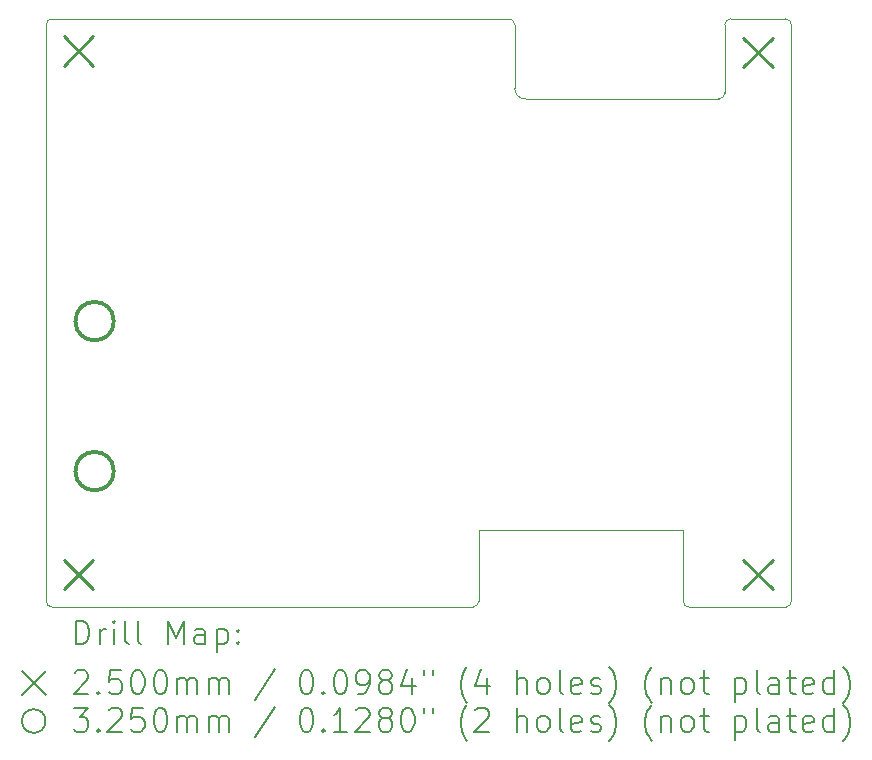
<source format=gbr>
%FSLAX45Y45*%
G04 Gerber Fmt 4.5, Leading zero omitted, Abs format (unit mm)*
G04 Created by KiCad (PCBNEW (6.0.6-0)) date 2022-08-24 21:23:55*
%MOMM*%
%LPD*%
G01*
G04 APERTURE LIST*
%TA.AperFunction,Profile*%
%ADD10C,0.100000*%
%TD*%
%ADD11C,0.200000*%
%ADD12C,0.250000*%
%ADD13C,0.325000*%
G04 APERTURE END LIST*
D10*
X5273200Y-15596800D02*
G75*
G03*
X5323200Y-15646800I50000J0D01*
G01*
X9189925Y-10666800D02*
X5323200Y-10666800D01*
X8886055Y-15646800D02*
X5323200Y-15646800D01*
X11533200Y-15646800D02*
X10716055Y-15646800D01*
X10666060Y-15596800D02*
G75*
G03*
X10716055Y-15646800I50000J0D01*
G01*
X11533200Y-15646800D02*
G75*
G03*
X11583200Y-15596800I0J50000D01*
G01*
X11583200Y-15596800D02*
X11583200Y-10716800D01*
X10666055Y-14996800D02*
X8936055Y-14996800D01*
X5273200Y-15596800D02*
X5273200Y-10716800D01*
X11583200Y-10716800D02*
G75*
G03*
X11533200Y-10666800I-50000J0D01*
G01*
X11533200Y-10666800D02*
X11069326Y-10666800D01*
X11069326Y-10666794D02*
G75*
G03*
X11018520Y-10716800I4J-50817D01*
G01*
X9240519Y-11254740D02*
G75*
G03*
X9331960Y-11343045I86321J-2110D01*
G01*
X11018520Y-11292600D02*
X11018520Y-10716800D01*
X10666055Y-15596800D02*
X10666055Y-14996800D01*
X5323200Y-10666800D02*
G75*
G03*
X5273200Y-10716800I0J-50000D01*
G01*
X8886055Y-15646795D02*
G75*
G03*
X8936055Y-15596800I5J49995D01*
G01*
X10967322Y-11343130D02*
X9331960Y-11343045D01*
X8936055Y-14996800D02*
X8936055Y-15596800D01*
X9240714Y-10716800D02*
G75*
G03*
X9189925Y-10666800I-50794J-800D01*
G01*
X10967322Y-11343134D02*
G75*
G03*
X11018520Y-11292600I-2J51204D01*
G01*
X9240520Y-11254740D02*
X9240715Y-10716800D01*
D11*
D12*
X5423200Y-10813100D02*
X5673200Y-11063100D01*
X5673200Y-10813100D02*
X5423200Y-11063100D01*
X5423200Y-15245400D02*
X5673200Y-15495400D01*
X5673200Y-15245400D02*
X5423200Y-15495400D01*
X11176300Y-10825800D02*
X11426300Y-11075800D01*
X11426300Y-10825800D02*
X11176300Y-11075800D01*
X11176300Y-15245400D02*
X11426300Y-15495400D01*
X11426300Y-15245400D02*
X11176300Y-15495400D01*
D13*
X5845750Y-13225650D02*
G75*
G03*
X5845750Y-13225650I-162500J0D01*
G01*
X5845750Y-14495650D02*
G75*
G03*
X5845750Y-14495650I-162500J0D01*
G01*
D11*
X5525819Y-15962276D02*
X5525819Y-15762276D01*
X5573438Y-15762276D01*
X5602009Y-15771800D01*
X5621057Y-15790848D01*
X5630581Y-15809895D01*
X5640105Y-15847990D01*
X5640105Y-15876562D01*
X5630581Y-15914657D01*
X5621057Y-15933705D01*
X5602009Y-15952752D01*
X5573438Y-15962276D01*
X5525819Y-15962276D01*
X5725819Y-15962276D02*
X5725819Y-15828943D01*
X5725819Y-15867038D02*
X5735343Y-15847990D01*
X5744867Y-15838467D01*
X5763914Y-15828943D01*
X5782962Y-15828943D01*
X5849628Y-15962276D02*
X5849628Y-15828943D01*
X5849628Y-15762276D02*
X5840105Y-15771800D01*
X5849628Y-15781324D01*
X5859152Y-15771800D01*
X5849628Y-15762276D01*
X5849628Y-15781324D01*
X5973438Y-15962276D02*
X5954390Y-15952752D01*
X5944867Y-15933705D01*
X5944867Y-15762276D01*
X6078200Y-15962276D02*
X6059152Y-15952752D01*
X6049628Y-15933705D01*
X6049628Y-15762276D01*
X6306771Y-15962276D02*
X6306771Y-15762276D01*
X6373438Y-15905133D01*
X6440105Y-15762276D01*
X6440105Y-15962276D01*
X6621057Y-15962276D02*
X6621057Y-15857514D01*
X6611533Y-15838467D01*
X6592486Y-15828943D01*
X6554390Y-15828943D01*
X6535343Y-15838467D01*
X6621057Y-15952752D02*
X6602009Y-15962276D01*
X6554390Y-15962276D01*
X6535343Y-15952752D01*
X6525819Y-15933705D01*
X6525819Y-15914657D01*
X6535343Y-15895609D01*
X6554390Y-15886086D01*
X6602009Y-15886086D01*
X6621057Y-15876562D01*
X6716295Y-15828943D02*
X6716295Y-16028943D01*
X6716295Y-15838467D02*
X6735343Y-15828943D01*
X6773438Y-15828943D01*
X6792486Y-15838467D01*
X6802009Y-15847990D01*
X6811533Y-15867038D01*
X6811533Y-15924181D01*
X6802009Y-15943228D01*
X6792486Y-15952752D01*
X6773438Y-15962276D01*
X6735343Y-15962276D01*
X6716295Y-15952752D01*
X6897248Y-15943228D02*
X6906771Y-15952752D01*
X6897248Y-15962276D01*
X6887724Y-15952752D01*
X6897248Y-15943228D01*
X6897248Y-15962276D01*
X6897248Y-15838467D02*
X6906771Y-15847990D01*
X6897248Y-15857514D01*
X6887724Y-15847990D01*
X6897248Y-15838467D01*
X6897248Y-15857514D01*
X5068200Y-16191800D02*
X5268200Y-16391800D01*
X5268200Y-16191800D02*
X5068200Y-16391800D01*
X5516295Y-16201324D02*
X5525819Y-16191800D01*
X5544867Y-16182276D01*
X5592486Y-16182276D01*
X5611533Y-16191800D01*
X5621057Y-16201324D01*
X5630581Y-16220371D01*
X5630581Y-16239419D01*
X5621057Y-16267990D01*
X5506771Y-16382276D01*
X5630581Y-16382276D01*
X5716295Y-16363228D02*
X5725819Y-16372752D01*
X5716295Y-16382276D01*
X5706771Y-16372752D01*
X5716295Y-16363228D01*
X5716295Y-16382276D01*
X5906771Y-16182276D02*
X5811533Y-16182276D01*
X5802009Y-16277514D01*
X5811533Y-16267990D01*
X5830581Y-16258467D01*
X5878200Y-16258467D01*
X5897248Y-16267990D01*
X5906771Y-16277514D01*
X5916295Y-16296562D01*
X5916295Y-16344181D01*
X5906771Y-16363228D01*
X5897248Y-16372752D01*
X5878200Y-16382276D01*
X5830581Y-16382276D01*
X5811533Y-16372752D01*
X5802009Y-16363228D01*
X6040105Y-16182276D02*
X6059152Y-16182276D01*
X6078200Y-16191800D01*
X6087724Y-16201324D01*
X6097248Y-16220371D01*
X6106771Y-16258467D01*
X6106771Y-16306086D01*
X6097248Y-16344181D01*
X6087724Y-16363228D01*
X6078200Y-16372752D01*
X6059152Y-16382276D01*
X6040105Y-16382276D01*
X6021057Y-16372752D01*
X6011533Y-16363228D01*
X6002009Y-16344181D01*
X5992486Y-16306086D01*
X5992486Y-16258467D01*
X6002009Y-16220371D01*
X6011533Y-16201324D01*
X6021057Y-16191800D01*
X6040105Y-16182276D01*
X6230581Y-16182276D02*
X6249628Y-16182276D01*
X6268676Y-16191800D01*
X6278200Y-16201324D01*
X6287724Y-16220371D01*
X6297248Y-16258467D01*
X6297248Y-16306086D01*
X6287724Y-16344181D01*
X6278200Y-16363228D01*
X6268676Y-16372752D01*
X6249628Y-16382276D01*
X6230581Y-16382276D01*
X6211533Y-16372752D01*
X6202009Y-16363228D01*
X6192486Y-16344181D01*
X6182962Y-16306086D01*
X6182962Y-16258467D01*
X6192486Y-16220371D01*
X6202009Y-16201324D01*
X6211533Y-16191800D01*
X6230581Y-16182276D01*
X6382962Y-16382276D02*
X6382962Y-16248943D01*
X6382962Y-16267990D02*
X6392486Y-16258467D01*
X6411533Y-16248943D01*
X6440105Y-16248943D01*
X6459152Y-16258467D01*
X6468676Y-16277514D01*
X6468676Y-16382276D01*
X6468676Y-16277514D02*
X6478200Y-16258467D01*
X6497248Y-16248943D01*
X6525819Y-16248943D01*
X6544867Y-16258467D01*
X6554390Y-16277514D01*
X6554390Y-16382276D01*
X6649628Y-16382276D02*
X6649628Y-16248943D01*
X6649628Y-16267990D02*
X6659152Y-16258467D01*
X6678200Y-16248943D01*
X6706771Y-16248943D01*
X6725819Y-16258467D01*
X6735343Y-16277514D01*
X6735343Y-16382276D01*
X6735343Y-16277514D02*
X6744867Y-16258467D01*
X6763914Y-16248943D01*
X6792486Y-16248943D01*
X6811533Y-16258467D01*
X6821057Y-16277514D01*
X6821057Y-16382276D01*
X7211533Y-16172752D02*
X7040105Y-16429895D01*
X7468676Y-16182276D02*
X7487724Y-16182276D01*
X7506771Y-16191800D01*
X7516295Y-16201324D01*
X7525819Y-16220371D01*
X7535343Y-16258467D01*
X7535343Y-16306086D01*
X7525819Y-16344181D01*
X7516295Y-16363228D01*
X7506771Y-16372752D01*
X7487724Y-16382276D01*
X7468676Y-16382276D01*
X7449628Y-16372752D01*
X7440105Y-16363228D01*
X7430581Y-16344181D01*
X7421057Y-16306086D01*
X7421057Y-16258467D01*
X7430581Y-16220371D01*
X7440105Y-16201324D01*
X7449628Y-16191800D01*
X7468676Y-16182276D01*
X7621057Y-16363228D02*
X7630581Y-16372752D01*
X7621057Y-16382276D01*
X7611533Y-16372752D01*
X7621057Y-16363228D01*
X7621057Y-16382276D01*
X7754390Y-16182276D02*
X7773438Y-16182276D01*
X7792486Y-16191800D01*
X7802009Y-16201324D01*
X7811533Y-16220371D01*
X7821057Y-16258467D01*
X7821057Y-16306086D01*
X7811533Y-16344181D01*
X7802009Y-16363228D01*
X7792486Y-16372752D01*
X7773438Y-16382276D01*
X7754390Y-16382276D01*
X7735343Y-16372752D01*
X7725819Y-16363228D01*
X7716295Y-16344181D01*
X7706771Y-16306086D01*
X7706771Y-16258467D01*
X7716295Y-16220371D01*
X7725819Y-16201324D01*
X7735343Y-16191800D01*
X7754390Y-16182276D01*
X7916295Y-16382276D02*
X7954390Y-16382276D01*
X7973438Y-16372752D01*
X7982962Y-16363228D01*
X8002009Y-16334657D01*
X8011533Y-16296562D01*
X8011533Y-16220371D01*
X8002009Y-16201324D01*
X7992486Y-16191800D01*
X7973438Y-16182276D01*
X7935343Y-16182276D01*
X7916295Y-16191800D01*
X7906771Y-16201324D01*
X7897248Y-16220371D01*
X7897248Y-16267990D01*
X7906771Y-16287038D01*
X7916295Y-16296562D01*
X7935343Y-16306086D01*
X7973438Y-16306086D01*
X7992486Y-16296562D01*
X8002009Y-16287038D01*
X8011533Y-16267990D01*
X8125819Y-16267990D02*
X8106771Y-16258467D01*
X8097248Y-16248943D01*
X8087724Y-16229895D01*
X8087724Y-16220371D01*
X8097248Y-16201324D01*
X8106771Y-16191800D01*
X8125819Y-16182276D01*
X8163914Y-16182276D01*
X8182962Y-16191800D01*
X8192486Y-16201324D01*
X8202009Y-16220371D01*
X8202009Y-16229895D01*
X8192486Y-16248943D01*
X8182962Y-16258467D01*
X8163914Y-16267990D01*
X8125819Y-16267990D01*
X8106771Y-16277514D01*
X8097248Y-16287038D01*
X8087724Y-16306086D01*
X8087724Y-16344181D01*
X8097248Y-16363228D01*
X8106771Y-16372752D01*
X8125819Y-16382276D01*
X8163914Y-16382276D01*
X8182962Y-16372752D01*
X8192486Y-16363228D01*
X8202009Y-16344181D01*
X8202009Y-16306086D01*
X8192486Y-16287038D01*
X8182962Y-16277514D01*
X8163914Y-16267990D01*
X8373438Y-16248943D02*
X8373438Y-16382276D01*
X8325819Y-16172752D02*
X8278200Y-16315609D01*
X8402010Y-16315609D01*
X8468676Y-16182276D02*
X8468676Y-16220371D01*
X8544867Y-16182276D02*
X8544867Y-16220371D01*
X8840105Y-16458467D02*
X8830581Y-16448943D01*
X8811533Y-16420371D01*
X8802010Y-16401324D01*
X8792486Y-16372752D01*
X8782962Y-16325133D01*
X8782962Y-16287038D01*
X8792486Y-16239419D01*
X8802010Y-16210848D01*
X8811533Y-16191800D01*
X8830581Y-16163228D01*
X8840105Y-16153705D01*
X9002010Y-16248943D02*
X9002010Y-16382276D01*
X8954390Y-16172752D02*
X8906771Y-16315609D01*
X9030581Y-16315609D01*
X9259152Y-16382276D02*
X9259152Y-16182276D01*
X9344867Y-16382276D02*
X9344867Y-16277514D01*
X9335343Y-16258467D01*
X9316295Y-16248943D01*
X9287724Y-16248943D01*
X9268676Y-16258467D01*
X9259152Y-16267990D01*
X9468676Y-16382276D02*
X9449629Y-16372752D01*
X9440105Y-16363228D01*
X9430581Y-16344181D01*
X9430581Y-16287038D01*
X9440105Y-16267990D01*
X9449629Y-16258467D01*
X9468676Y-16248943D01*
X9497248Y-16248943D01*
X9516295Y-16258467D01*
X9525819Y-16267990D01*
X9535343Y-16287038D01*
X9535343Y-16344181D01*
X9525819Y-16363228D01*
X9516295Y-16372752D01*
X9497248Y-16382276D01*
X9468676Y-16382276D01*
X9649629Y-16382276D02*
X9630581Y-16372752D01*
X9621057Y-16353705D01*
X9621057Y-16182276D01*
X9802010Y-16372752D02*
X9782962Y-16382276D01*
X9744867Y-16382276D01*
X9725819Y-16372752D01*
X9716295Y-16353705D01*
X9716295Y-16277514D01*
X9725819Y-16258467D01*
X9744867Y-16248943D01*
X9782962Y-16248943D01*
X9802010Y-16258467D01*
X9811533Y-16277514D01*
X9811533Y-16296562D01*
X9716295Y-16315609D01*
X9887724Y-16372752D02*
X9906771Y-16382276D01*
X9944867Y-16382276D01*
X9963914Y-16372752D01*
X9973438Y-16353705D01*
X9973438Y-16344181D01*
X9963914Y-16325133D01*
X9944867Y-16315609D01*
X9916295Y-16315609D01*
X9897248Y-16306086D01*
X9887724Y-16287038D01*
X9887724Y-16277514D01*
X9897248Y-16258467D01*
X9916295Y-16248943D01*
X9944867Y-16248943D01*
X9963914Y-16258467D01*
X10040105Y-16458467D02*
X10049629Y-16448943D01*
X10068676Y-16420371D01*
X10078200Y-16401324D01*
X10087724Y-16372752D01*
X10097248Y-16325133D01*
X10097248Y-16287038D01*
X10087724Y-16239419D01*
X10078200Y-16210848D01*
X10068676Y-16191800D01*
X10049629Y-16163228D01*
X10040105Y-16153705D01*
X10402010Y-16458467D02*
X10392486Y-16448943D01*
X10373438Y-16420371D01*
X10363914Y-16401324D01*
X10354390Y-16372752D01*
X10344867Y-16325133D01*
X10344867Y-16287038D01*
X10354390Y-16239419D01*
X10363914Y-16210848D01*
X10373438Y-16191800D01*
X10392486Y-16163228D01*
X10402010Y-16153705D01*
X10478200Y-16248943D02*
X10478200Y-16382276D01*
X10478200Y-16267990D02*
X10487724Y-16258467D01*
X10506771Y-16248943D01*
X10535343Y-16248943D01*
X10554390Y-16258467D01*
X10563914Y-16277514D01*
X10563914Y-16382276D01*
X10687724Y-16382276D02*
X10668676Y-16372752D01*
X10659152Y-16363228D01*
X10649629Y-16344181D01*
X10649629Y-16287038D01*
X10659152Y-16267990D01*
X10668676Y-16258467D01*
X10687724Y-16248943D01*
X10716295Y-16248943D01*
X10735343Y-16258467D01*
X10744867Y-16267990D01*
X10754390Y-16287038D01*
X10754390Y-16344181D01*
X10744867Y-16363228D01*
X10735343Y-16372752D01*
X10716295Y-16382276D01*
X10687724Y-16382276D01*
X10811533Y-16248943D02*
X10887724Y-16248943D01*
X10840105Y-16182276D02*
X10840105Y-16353705D01*
X10849629Y-16372752D01*
X10868676Y-16382276D01*
X10887724Y-16382276D01*
X11106771Y-16248943D02*
X11106771Y-16448943D01*
X11106771Y-16258467D02*
X11125819Y-16248943D01*
X11163914Y-16248943D01*
X11182962Y-16258467D01*
X11192486Y-16267990D01*
X11202009Y-16287038D01*
X11202009Y-16344181D01*
X11192486Y-16363228D01*
X11182962Y-16372752D01*
X11163914Y-16382276D01*
X11125819Y-16382276D01*
X11106771Y-16372752D01*
X11316295Y-16382276D02*
X11297248Y-16372752D01*
X11287724Y-16353705D01*
X11287724Y-16182276D01*
X11478200Y-16382276D02*
X11478200Y-16277514D01*
X11468676Y-16258467D01*
X11449628Y-16248943D01*
X11411533Y-16248943D01*
X11392486Y-16258467D01*
X11478200Y-16372752D02*
X11459152Y-16382276D01*
X11411533Y-16382276D01*
X11392486Y-16372752D01*
X11382962Y-16353705D01*
X11382962Y-16334657D01*
X11392486Y-16315609D01*
X11411533Y-16306086D01*
X11459152Y-16306086D01*
X11478200Y-16296562D01*
X11544867Y-16248943D02*
X11621057Y-16248943D01*
X11573438Y-16182276D02*
X11573438Y-16353705D01*
X11582962Y-16372752D01*
X11602009Y-16382276D01*
X11621057Y-16382276D01*
X11763914Y-16372752D02*
X11744867Y-16382276D01*
X11706771Y-16382276D01*
X11687724Y-16372752D01*
X11678200Y-16353705D01*
X11678200Y-16277514D01*
X11687724Y-16258467D01*
X11706771Y-16248943D01*
X11744867Y-16248943D01*
X11763914Y-16258467D01*
X11773438Y-16277514D01*
X11773438Y-16296562D01*
X11678200Y-16315609D01*
X11944867Y-16382276D02*
X11944867Y-16182276D01*
X11944867Y-16372752D02*
X11925819Y-16382276D01*
X11887724Y-16382276D01*
X11868676Y-16372752D01*
X11859152Y-16363228D01*
X11849628Y-16344181D01*
X11849628Y-16287038D01*
X11859152Y-16267990D01*
X11868676Y-16258467D01*
X11887724Y-16248943D01*
X11925819Y-16248943D01*
X11944867Y-16258467D01*
X12021057Y-16458467D02*
X12030581Y-16448943D01*
X12049628Y-16420371D01*
X12059152Y-16401324D01*
X12068676Y-16372752D01*
X12078200Y-16325133D01*
X12078200Y-16287038D01*
X12068676Y-16239419D01*
X12059152Y-16210848D01*
X12049628Y-16191800D01*
X12030581Y-16163228D01*
X12021057Y-16153705D01*
X5268200Y-16611800D02*
G75*
G03*
X5268200Y-16611800I-100000J0D01*
G01*
X5506771Y-16502276D02*
X5630581Y-16502276D01*
X5563914Y-16578467D01*
X5592486Y-16578467D01*
X5611533Y-16587990D01*
X5621057Y-16597514D01*
X5630581Y-16616562D01*
X5630581Y-16664181D01*
X5621057Y-16683228D01*
X5611533Y-16692752D01*
X5592486Y-16702276D01*
X5535343Y-16702276D01*
X5516295Y-16692752D01*
X5506771Y-16683228D01*
X5716295Y-16683228D02*
X5725819Y-16692752D01*
X5716295Y-16702276D01*
X5706771Y-16692752D01*
X5716295Y-16683228D01*
X5716295Y-16702276D01*
X5802009Y-16521324D02*
X5811533Y-16511800D01*
X5830581Y-16502276D01*
X5878200Y-16502276D01*
X5897248Y-16511800D01*
X5906771Y-16521324D01*
X5916295Y-16540371D01*
X5916295Y-16559419D01*
X5906771Y-16587990D01*
X5792486Y-16702276D01*
X5916295Y-16702276D01*
X6097248Y-16502276D02*
X6002009Y-16502276D01*
X5992486Y-16597514D01*
X6002009Y-16587990D01*
X6021057Y-16578467D01*
X6068676Y-16578467D01*
X6087724Y-16587990D01*
X6097248Y-16597514D01*
X6106771Y-16616562D01*
X6106771Y-16664181D01*
X6097248Y-16683228D01*
X6087724Y-16692752D01*
X6068676Y-16702276D01*
X6021057Y-16702276D01*
X6002009Y-16692752D01*
X5992486Y-16683228D01*
X6230581Y-16502276D02*
X6249628Y-16502276D01*
X6268676Y-16511800D01*
X6278200Y-16521324D01*
X6287724Y-16540371D01*
X6297248Y-16578467D01*
X6297248Y-16626086D01*
X6287724Y-16664181D01*
X6278200Y-16683228D01*
X6268676Y-16692752D01*
X6249628Y-16702276D01*
X6230581Y-16702276D01*
X6211533Y-16692752D01*
X6202009Y-16683228D01*
X6192486Y-16664181D01*
X6182962Y-16626086D01*
X6182962Y-16578467D01*
X6192486Y-16540371D01*
X6202009Y-16521324D01*
X6211533Y-16511800D01*
X6230581Y-16502276D01*
X6382962Y-16702276D02*
X6382962Y-16568943D01*
X6382962Y-16587990D02*
X6392486Y-16578467D01*
X6411533Y-16568943D01*
X6440105Y-16568943D01*
X6459152Y-16578467D01*
X6468676Y-16597514D01*
X6468676Y-16702276D01*
X6468676Y-16597514D02*
X6478200Y-16578467D01*
X6497248Y-16568943D01*
X6525819Y-16568943D01*
X6544867Y-16578467D01*
X6554390Y-16597514D01*
X6554390Y-16702276D01*
X6649628Y-16702276D02*
X6649628Y-16568943D01*
X6649628Y-16587990D02*
X6659152Y-16578467D01*
X6678200Y-16568943D01*
X6706771Y-16568943D01*
X6725819Y-16578467D01*
X6735343Y-16597514D01*
X6735343Y-16702276D01*
X6735343Y-16597514D02*
X6744867Y-16578467D01*
X6763914Y-16568943D01*
X6792486Y-16568943D01*
X6811533Y-16578467D01*
X6821057Y-16597514D01*
X6821057Y-16702276D01*
X7211533Y-16492752D02*
X7040105Y-16749895D01*
X7468676Y-16502276D02*
X7487724Y-16502276D01*
X7506771Y-16511800D01*
X7516295Y-16521324D01*
X7525819Y-16540371D01*
X7535343Y-16578467D01*
X7535343Y-16626086D01*
X7525819Y-16664181D01*
X7516295Y-16683228D01*
X7506771Y-16692752D01*
X7487724Y-16702276D01*
X7468676Y-16702276D01*
X7449628Y-16692752D01*
X7440105Y-16683228D01*
X7430581Y-16664181D01*
X7421057Y-16626086D01*
X7421057Y-16578467D01*
X7430581Y-16540371D01*
X7440105Y-16521324D01*
X7449628Y-16511800D01*
X7468676Y-16502276D01*
X7621057Y-16683228D02*
X7630581Y-16692752D01*
X7621057Y-16702276D01*
X7611533Y-16692752D01*
X7621057Y-16683228D01*
X7621057Y-16702276D01*
X7821057Y-16702276D02*
X7706771Y-16702276D01*
X7763914Y-16702276D02*
X7763914Y-16502276D01*
X7744867Y-16530848D01*
X7725819Y-16549895D01*
X7706771Y-16559419D01*
X7897248Y-16521324D02*
X7906771Y-16511800D01*
X7925819Y-16502276D01*
X7973438Y-16502276D01*
X7992486Y-16511800D01*
X8002009Y-16521324D01*
X8011533Y-16540371D01*
X8011533Y-16559419D01*
X8002009Y-16587990D01*
X7887724Y-16702276D01*
X8011533Y-16702276D01*
X8125819Y-16587990D02*
X8106771Y-16578467D01*
X8097248Y-16568943D01*
X8087724Y-16549895D01*
X8087724Y-16540371D01*
X8097248Y-16521324D01*
X8106771Y-16511800D01*
X8125819Y-16502276D01*
X8163914Y-16502276D01*
X8182962Y-16511800D01*
X8192486Y-16521324D01*
X8202009Y-16540371D01*
X8202009Y-16549895D01*
X8192486Y-16568943D01*
X8182962Y-16578467D01*
X8163914Y-16587990D01*
X8125819Y-16587990D01*
X8106771Y-16597514D01*
X8097248Y-16607038D01*
X8087724Y-16626086D01*
X8087724Y-16664181D01*
X8097248Y-16683228D01*
X8106771Y-16692752D01*
X8125819Y-16702276D01*
X8163914Y-16702276D01*
X8182962Y-16692752D01*
X8192486Y-16683228D01*
X8202009Y-16664181D01*
X8202009Y-16626086D01*
X8192486Y-16607038D01*
X8182962Y-16597514D01*
X8163914Y-16587990D01*
X8325819Y-16502276D02*
X8344867Y-16502276D01*
X8363914Y-16511800D01*
X8373438Y-16521324D01*
X8382962Y-16540371D01*
X8392486Y-16578467D01*
X8392486Y-16626086D01*
X8382962Y-16664181D01*
X8373438Y-16683228D01*
X8363914Y-16692752D01*
X8344867Y-16702276D01*
X8325819Y-16702276D01*
X8306771Y-16692752D01*
X8297248Y-16683228D01*
X8287724Y-16664181D01*
X8278200Y-16626086D01*
X8278200Y-16578467D01*
X8287724Y-16540371D01*
X8297248Y-16521324D01*
X8306771Y-16511800D01*
X8325819Y-16502276D01*
X8468676Y-16502276D02*
X8468676Y-16540371D01*
X8544867Y-16502276D02*
X8544867Y-16540371D01*
X8840105Y-16778467D02*
X8830581Y-16768943D01*
X8811533Y-16740371D01*
X8802010Y-16721324D01*
X8792486Y-16692752D01*
X8782962Y-16645133D01*
X8782962Y-16607038D01*
X8792486Y-16559419D01*
X8802010Y-16530848D01*
X8811533Y-16511800D01*
X8830581Y-16483228D01*
X8840105Y-16473705D01*
X8906771Y-16521324D02*
X8916295Y-16511800D01*
X8935343Y-16502276D01*
X8982962Y-16502276D01*
X9002010Y-16511800D01*
X9011533Y-16521324D01*
X9021057Y-16540371D01*
X9021057Y-16559419D01*
X9011533Y-16587990D01*
X8897248Y-16702276D01*
X9021057Y-16702276D01*
X9259152Y-16702276D02*
X9259152Y-16502276D01*
X9344867Y-16702276D02*
X9344867Y-16597514D01*
X9335343Y-16578467D01*
X9316295Y-16568943D01*
X9287724Y-16568943D01*
X9268676Y-16578467D01*
X9259152Y-16587990D01*
X9468676Y-16702276D02*
X9449629Y-16692752D01*
X9440105Y-16683228D01*
X9430581Y-16664181D01*
X9430581Y-16607038D01*
X9440105Y-16587990D01*
X9449629Y-16578467D01*
X9468676Y-16568943D01*
X9497248Y-16568943D01*
X9516295Y-16578467D01*
X9525819Y-16587990D01*
X9535343Y-16607038D01*
X9535343Y-16664181D01*
X9525819Y-16683228D01*
X9516295Y-16692752D01*
X9497248Y-16702276D01*
X9468676Y-16702276D01*
X9649629Y-16702276D02*
X9630581Y-16692752D01*
X9621057Y-16673705D01*
X9621057Y-16502276D01*
X9802010Y-16692752D02*
X9782962Y-16702276D01*
X9744867Y-16702276D01*
X9725819Y-16692752D01*
X9716295Y-16673705D01*
X9716295Y-16597514D01*
X9725819Y-16578467D01*
X9744867Y-16568943D01*
X9782962Y-16568943D01*
X9802010Y-16578467D01*
X9811533Y-16597514D01*
X9811533Y-16616562D01*
X9716295Y-16635609D01*
X9887724Y-16692752D02*
X9906771Y-16702276D01*
X9944867Y-16702276D01*
X9963914Y-16692752D01*
X9973438Y-16673705D01*
X9973438Y-16664181D01*
X9963914Y-16645133D01*
X9944867Y-16635609D01*
X9916295Y-16635609D01*
X9897248Y-16626086D01*
X9887724Y-16607038D01*
X9887724Y-16597514D01*
X9897248Y-16578467D01*
X9916295Y-16568943D01*
X9944867Y-16568943D01*
X9963914Y-16578467D01*
X10040105Y-16778467D02*
X10049629Y-16768943D01*
X10068676Y-16740371D01*
X10078200Y-16721324D01*
X10087724Y-16692752D01*
X10097248Y-16645133D01*
X10097248Y-16607038D01*
X10087724Y-16559419D01*
X10078200Y-16530848D01*
X10068676Y-16511800D01*
X10049629Y-16483228D01*
X10040105Y-16473705D01*
X10402010Y-16778467D02*
X10392486Y-16768943D01*
X10373438Y-16740371D01*
X10363914Y-16721324D01*
X10354390Y-16692752D01*
X10344867Y-16645133D01*
X10344867Y-16607038D01*
X10354390Y-16559419D01*
X10363914Y-16530848D01*
X10373438Y-16511800D01*
X10392486Y-16483228D01*
X10402010Y-16473705D01*
X10478200Y-16568943D02*
X10478200Y-16702276D01*
X10478200Y-16587990D02*
X10487724Y-16578467D01*
X10506771Y-16568943D01*
X10535343Y-16568943D01*
X10554390Y-16578467D01*
X10563914Y-16597514D01*
X10563914Y-16702276D01*
X10687724Y-16702276D02*
X10668676Y-16692752D01*
X10659152Y-16683228D01*
X10649629Y-16664181D01*
X10649629Y-16607038D01*
X10659152Y-16587990D01*
X10668676Y-16578467D01*
X10687724Y-16568943D01*
X10716295Y-16568943D01*
X10735343Y-16578467D01*
X10744867Y-16587990D01*
X10754390Y-16607038D01*
X10754390Y-16664181D01*
X10744867Y-16683228D01*
X10735343Y-16692752D01*
X10716295Y-16702276D01*
X10687724Y-16702276D01*
X10811533Y-16568943D02*
X10887724Y-16568943D01*
X10840105Y-16502276D02*
X10840105Y-16673705D01*
X10849629Y-16692752D01*
X10868676Y-16702276D01*
X10887724Y-16702276D01*
X11106771Y-16568943D02*
X11106771Y-16768943D01*
X11106771Y-16578467D02*
X11125819Y-16568943D01*
X11163914Y-16568943D01*
X11182962Y-16578467D01*
X11192486Y-16587990D01*
X11202009Y-16607038D01*
X11202009Y-16664181D01*
X11192486Y-16683228D01*
X11182962Y-16692752D01*
X11163914Y-16702276D01*
X11125819Y-16702276D01*
X11106771Y-16692752D01*
X11316295Y-16702276D02*
X11297248Y-16692752D01*
X11287724Y-16673705D01*
X11287724Y-16502276D01*
X11478200Y-16702276D02*
X11478200Y-16597514D01*
X11468676Y-16578467D01*
X11449628Y-16568943D01*
X11411533Y-16568943D01*
X11392486Y-16578467D01*
X11478200Y-16692752D02*
X11459152Y-16702276D01*
X11411533Y-16702276D01*
X11392486Y-16692752D01*
X11382962Y-16673705D01*
X11382962Y-16654657D01*
X11392486Y-16635609D01*
X11411533Y-16626086D01*
X11459152Y-16626086D01*
X11478200Y-16616562D01*
X11544867Y-16568943D02*
X11621057Y-16568943D01*
X11573438Y-16502276D02*
X11573438Y-16673705D01*
X11582962Y-16692752D01*
X11602009Y-16702276D01*
X11621057Y-16702276D01*
X11763914Y-16692752D02*
X11744867Y-16702276D01*
X11706771Y-16702276D01*
X11687724Y-16692752D01*
X11678200Y-16673705D01*
X11678200Y-16597514D01*
X11687724Y-16578467D01*
X11706771Y-16568943D01*
X11744867Y-16568943D01*
X11763914Y-16578467D01*
X11773438Y-16597514D01*
X11773438Y-16616562D01*
X11678200Y-16635609D01*
X11944867Y-16702276D02*
X11944867Y-16502276D01*
X11944867Y-16692752D02*
X11925819Y-16702276D01*
X11887724Y-16702276D01*
X11868676Y-16692752D01*
X11859152Y-16683228D01*
X11849628Y-16664181D01*
X11849628Y-16607038D01*
X11859152Y-16587990D01*
X11868676Y-16578467D01*
X11887724Y-16568943D01*
X11925819Y-16568943D01*
X11944867Y-16578467D01*
X12021057Y-16778467D02*
X12030581Y-16768943D01*
X12049628Y-16740371D01*
X12059152Y-16721324D01*
X12068676Y-16692752D01*
X12078200Y-16645133D01*
X12078200Y-16607038D01*
X12068676Y-16559419D01*
X12059152Y-16530848D01*
X12049628Y-16511800D01*
X12030581Y-16483228D01*
X12021057Y-16473705D01*
M02*

</source>
